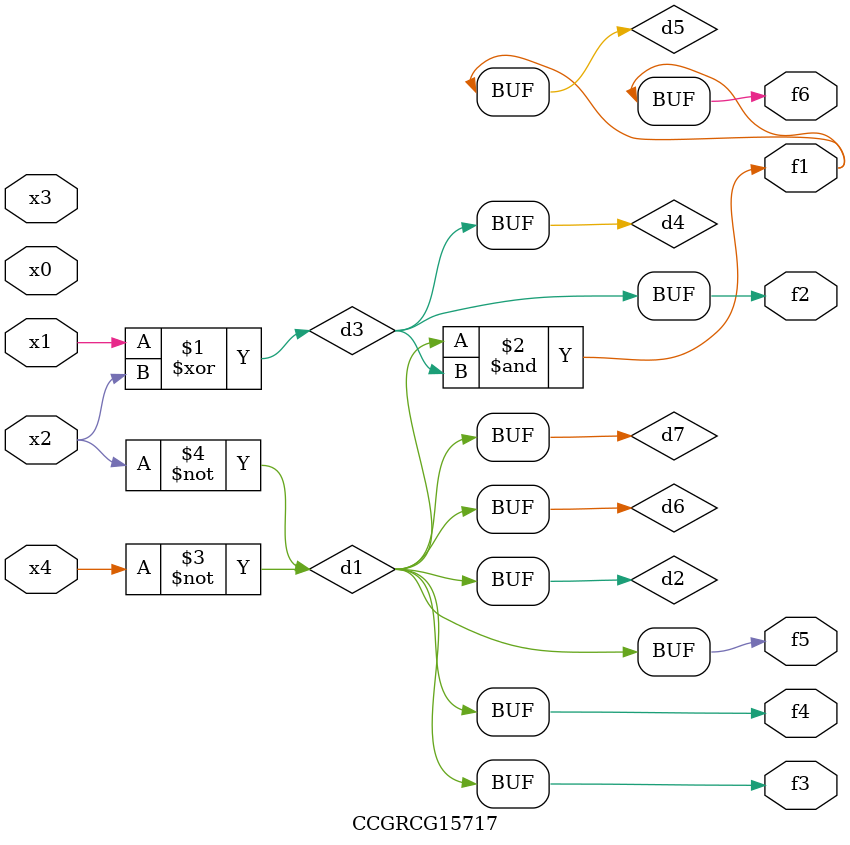
<source format=v>
module CCGRCG15717(
	input x0, x1, x2, x3, x4,
	output f1, f2, f3, f4, f5, f6
);

	wire d1, d2, d3, d4, d5, d6, d7;

	not (d1, x4);
	not (d2, x2);
	xor (d3, x1, x2);
	buf (d4, d3);
	and (d5, d1, d3);
	buf (d6, d1, d2);
	buf (d7, d2);
	assign f1 = d5;
	assign f2 = d4;
	assign f3 = d7;
	assign f4 = d7;
	assign f5 = d7;
	assign f6 = d5;
endmodule

</source>
